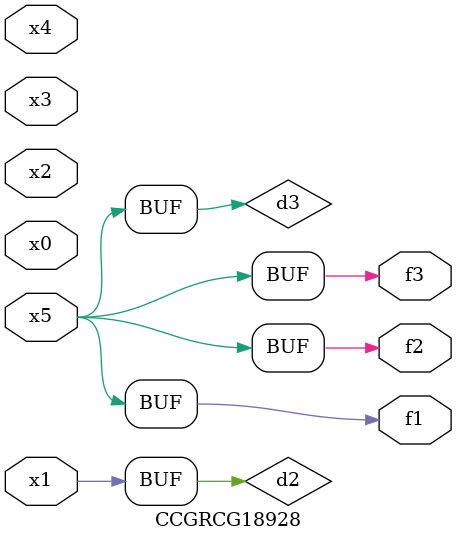
<source format=v>
module CCGRCG18928(
	input x0, x1, x2, x3, x4, x5,
	output f1, f2, f3
);

	wire d1, d2, d3;

	not (d1, x5);
	or (d2, x1);
	xnor (d3, d1);
	assign f1 = d3;
	assign f2 = d3;
	assign f3 = d3;
endmodule

</source>
